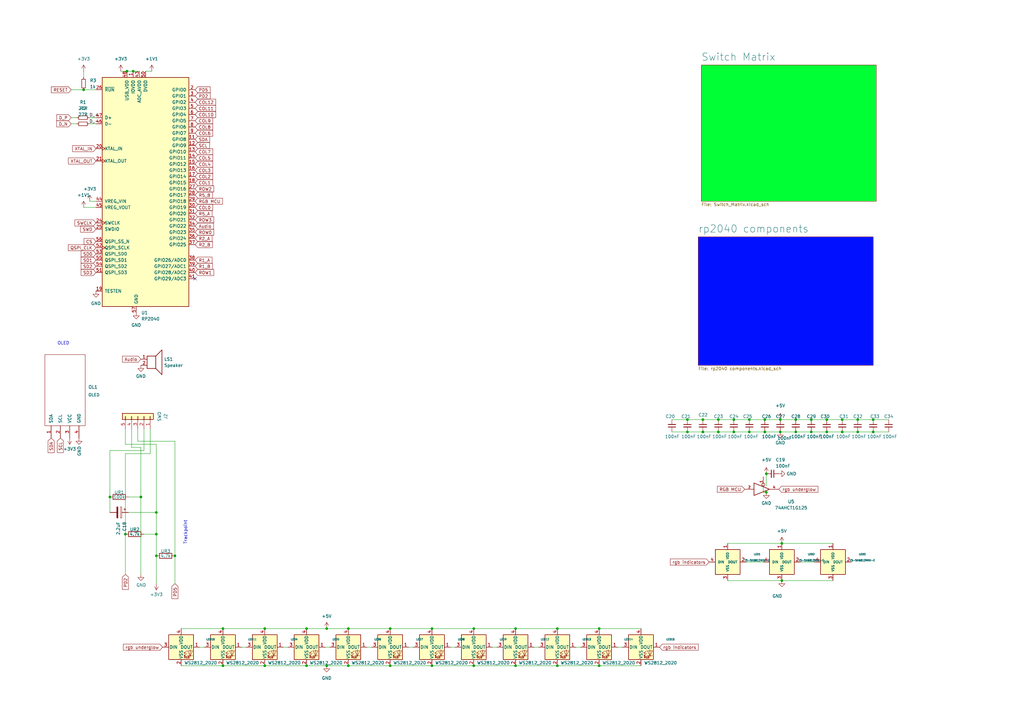
<source format=kicad_sch>
(kicad_sch (version 20230121) (generator eeschema)
  (paper "A3")
  (lib_symbols
    (symbol "+3V3_1" (power) (pin_names (offset 0))
      (property "Value" "+3V3_1" (at 0 3.556 0))
      (symbol "+3V3_1_0_1"
        (polyline (pts (xy -0.762 1.27) (xy 0 2.54)))
        (polyline (pts (xy 0 0) (xy 0 2.54)))
        (polyline (pts (xy 0 2.54) (xy 0.762 1.27)))
      )
      (symbol "+3V3_1_1_1"
        (pin power_in line (at 0 0 90) (length 0) hide (name "+3V3") (number "1"))
      )
    )
    (symbol "74AHCT1G125_1" (pin_names (offset 1.016))
      (property "Reference" "U5" (at 11.43 -5.08 0))
      (property "Value" "74AHCT1G125" (at 11.43 -7.62 0))
      (symbol "74AHCT1G125_1_0_1"
        (polyline (pts (xy -3.81 2.54) (xy -3.81 -2.54) (xy 2.54 0) (xy -3.81 2.54)) (stroke (width 0.254)))
      )
      (symbol "74AHCT1G125_1_1_1"
        (pin input inverted (at 0 5.08 270) (length 3.81) (name "~") (number "1"))
        (pin input line (at -7.62 0 0) (length 3.81) (name "~") (number "2"))
        (pin power_in line (at 1.27 -1.27 270) (length 0) hide (name "GND") (number "3"))
        (pin tri_state line (at 6.35 0 180) (length 3.81) (name "~") (number "4"))
        (pin power_in line (at 1.27 1.27 90) (length 0) hide (name "+5V") (number "5"))
      )
    )
    (symbol "Connector_Generic:Conn_01x05" (pin_names (offset 1.016) hide)
      (property "Reference" "J" (at 0 7.62 0))
      (property "Value" "Conn_01x05" (at 0 -7.62 0))
      (symbol "Conn_01x05_1_1"
        (rectangle (start -1.27 -4.953) (end 0 -5.207) (stroke (width 0.1524)))
        (rectangle (start -1.27 -2.413) (end 0 -2.667) (stroke (width 0.1524)))
        (rectangle (start -1.27 0.127) (end 0 -0.127) (stroke (width 0.1524)))
        (rectangle (start -1.27 2.667) (end 0 2.413) (stroke (width 0.1524)))
        (rectangle (start -1.27 5.207) (end 0 4.953) (stroke (width 0.1524)))
        (rectangle (start -1.27 6.35) (end 1.27 -6.35) (stroke (width 0.254)) (fill (type background)))
        (pin passive line (at -5.08 5.08 0) (length 3.81) (name "Pin_1") (number "1"))
        (pin passive line (at -5.08 2.54 0) (length 3.81) (name "Pin_2") (number "2"))
        (pin passive line (at -5.08 0 0) (length 3.81) (name "Pin_3") (number "3"))
        (pin passive line (at -5.08 -2.54 0) (length 3.81) (name "Pin_4") (number "4"))
        (pin passive line (at -5.08 -5.08 0) (length 3.81) (name "Pin_5") (number "5"))
      )
    )
    (symbol "Device:C_Polarized" (pin_numbers hide) (pin_names (offset 0.254))
      (property "Reference" "C" (at 0.635 2.54 0))
      (property "Value" "C_Polarized" (at 0.635 -2.54 0))
      (symbol "C_Polarized_0_1"
        (rectangle (start -2.286 0.508) (end 2.286 1.016))
        (polyline (pts (xy -1.778 2.286) (xy -0.762 2.286)))
        (polyline (pts (xy -1.27 2.794) (xy -1.27 1.778)))
        (rectangle (start 2.286 -0.508) (end -2.286 -1.016) (fill (type outline)))
      )
      (symbol "C_Polarized_1_1"
        (pin passive line (at 0 3.81 270) (length 2.794) (name "~") (number "1"))
        (pin passive line (at 0 -3.81 90) (length 2.794) (name "~") (number "2"))
      )
    )
    (symbol "Device:C_Small" (pin_numbers hide) (pin_names (offset 0.254) hide)
      (property "Reference" "C" (at 0.254 1.778 0))
      (property "Value" "C_Small" (at 0.254 -2.032 0))
      (symbol "C_Small_0_1"
        (polyline (pts (xy -1.524 -0.508) (xy 1.524 -0.508)) (stroke (width 0.3302)))
        (polyline (pts (xy -1.524 0.508) (xy 1.524 0.508)) (stroke (width 0.3048)))
      )
      (symbol "C_Small_1_1"
        (pin passive line (at 0 2.54 270) (length 2.032) (name "~") (number "1"))
        (pin passive line (at 0 -2.54 90) (length 2.032) (name "~") (number "2"))
      )
    )
    (symbol "Device:R_Small" (pin_numbers hide) (pin_names (offset 0.254) hide)
      (property "Reference" "R" (at 0.762 0.508 0))
      (property "Value" "R_Small" (at 0.762 -1.016 0))
      (symbol "R_Small_0_1"
        (rectangle (start -0.762 1.778) (end 0.762 -1.778) (stroke (width 0.2032)))
      )
      (symbol "R_Small_1_1"
        (pin passive line (at 0 2.54 270) (length 0.762) (name "~") (number "1"))
        (pin passive line (at 0 -2.54 90) (length 0.762) (name "~") (number "2"))
      )
    )
    (symbol "Device:Speaker" (pin_names (offset 0) hide)
      (property "Reference" "LS" (at 1.27 5.715 0))
      (property "Value" "Speaker" (at 1.27 3.81 0))
      (symbol "Speaker_0_0"
        (rectangle (start -2.54 1.27) (end 1.016 -3.81) (stroke (width 0.254)))
        (polyline (pts (xy 1.016 1.27) (xy 3.556 3.81) (xy 3.556 -6.35) (xy 1.016 -3.81)) (stroke (width 0.254)))
      )
      (symbol "Speaker_1_1"
        (pin input line (at -5.08 0 0) (length 2.54) (name "1") (number "1"))
        (pin input line (at -5.08 -2.54 0) (length 2.54) (name "2") (number "2"))
      )
    )
    (symbol "GND_1" (power) (pin_names (offset 0))
      (property "Value" "GND_1" (at 0 -3.81 0))
      (symbol "GND_1_0_1"
        (polyline (pts (xy 0 0) (xy 0 -1.27) (xy 1.27 -1.27) (xy 0 -2.54) (xy -1.27 -1.27) (xy 0 -1.27)))
      )
      (symbol "GND_1_1_1"
        (pin power_in line (at 0 0 270) (length 0) hide (name "GND") (number "1"))
      )
    )
    (symbol "GND_2" (power) (pin_names (offset 0))
      (property "Value" "GND_2" (at 0 -3.81 0))
      (symbol "GND_2_0_1"
        (polyline (pts (xy 0 0) (xy 0 -1.27) (xy 1.27 -1.27) (xy 0 -2.54) (xy -1.27 -1.27) (xy 0 -1.27)))
      )
      (symbol "GND_2_1_1"
        (pin power_in line (at 0 0 270) (length 0) hide (name "GND") (number "1"))
      )
    )
    (symbol "PCM_marbastlib-various:WS2812_2020" (pin_names (offset 0.254))
      (property "Reference" "LED" (at 5.08 5.715 0))
      (property "Value" "WS2812_2020" (at 1.27 -5.715 0))
      (symbol "WS2812_2020_0_0"
        (text "RGB" (at 2.286 -4.191 0) (effects (font (size 0.762 0.762))))
      )
      (symbol "WS2812_2020_0_1"
        (polyline (pts (xy 1.27 -3.556) (xy 1.778 -3.556)))
        (polyline (pts (xy 1.27 -2.54) (xy 1.778 -2.54)))
        (polyline (pts (xy 4.699 -3.556) (xy 2.667 -3.556)))
        (polyline (pts (xy 2.286 -2.54) (xy 1.27 -3.556) (xy 1.27 -3.048)))
        (polyline (pts (xy 2.286 -1.524) (xy 1.27 -2.54) (xy 1.27 -2.032)))
        (polyline (pts (xy 3.683 -1.016) (xy 3.683 -3.556) (xy 3.683 -4.064)))
        (polyline (pts (xy 4.699 -1.524) (xy 2.667 -1.524) (xy 3.683 -3.556) (xy 4.699 -1.524)))
        (rectangle (start 5.08 5.08) (end -5.08 -5.08) (stroke (width 0.254)) (fill (type background)))
      )
      (symbol "WS2812_2020_1_1"
        (pin output line (at 7.62 0 180) (length 2.54) (name "DOUT") (number "1"))
        (pin power_in line (at 0 -7.62 90) (length 2.54) (name "VSS") (number "2"))
        (pin input line (at -7.62 0 0) (length 2.54) (name "DIN") (number "3"))
        (pin power_in line (at 0 7.62 270) (length 2.54) (name "VDD") (number "4"))
      )
    )
    (symbol "Sleep-lib:RP2040" (pin_names (offset 1.016))
      (property "Reference" "U" (at 8.89 51.435 0))
      (property "Value" "RP2040" (at 8.89 48.895 0))
      (symbol "RP2040_0_0"
        (rectangle (start -17.78 -45.72) (end 17.78 48.26) (stroke (width 0.254)) (fill (type background)))
      )
      (symbol "RP2040_1_1"
        (pin power_in line (at -5.08 50.8 270) (length 2.54) (name "IOVDD") (number "1"))
        (pin power_in line (at -5.08 50.8 270) (length 2.54) hide (name "IOVDD") (number "10"))
        (pin input line (at 20.32 22.86 180) (length 2.54) (name "GPIO8") (number "11"))
        (pin input line (at 20.32 20.32 180) (length 2.54) (name "GPIO9") (number "12"))
        (pin input line (at 20.32 17.78 180) (length 2.54) (name "GPIO10") (number "13"))
        (pin input line (at 20.32 15.24 180) (length 2.54) (name "GPIO11") (number "14"))
        (pin input line (at 20.32 12.7 180) (length 2.54) (name "GPIO12") (number "15"))
        (pin input line (at 20.32 10.16 180) (length 2.54) (name "GPIO13") (number "16"))
        (pin input line (at 20.32 7.62 180) (length 2.54) (name "GPIO14") (number "17"))
        (pin input line (at 20.32 5.08 180) (length 2.54) (name "GPIO15") (number "18"))
        (pin input line (at -20.32 -39.37 0) (length 2.54) (name "TESTEN") (number "19"))
        (pin input line (at 20.32 43.18 180) (length 2.54) (name "GPIO0") (number "2"))
        (pin input clock (at -20.32 19.05 0) (length 2.54) (name "XTAL_IN") (number "20"))
        (pin input clock (at -20.32 13.97 0) (length 2.54) (name "XTAL_OUT") (number "21"))
        (pin power_in line (at -5.08 50.8 270) (length 2.54) hide (name "IOVDD") (number "22"))
        (pin power_in line (at 0 50.8 270) (length 2.54) hide (name "DVDD") (number "23"))
        (pin input clock (at -20.32 -11.43 0) (length 2.54) (name "SWCLK") (number "24"))
        (pin bidirectional line (at -20.32 -13.97 0) (length 2.54) (name "SWDIO") (number "25"))
        (pin input line (at -20.32 43.18 0) (length 2.54) (name "~{RUN}") (number "26"))
        (pin input line (at 20.32 2.54 180) (length 2.54) (name "GPIO16") (number "27"))
        (pin input line (at 20.32 0 180) (length 2.54) (name "GPIO17") (number "28"))
        (pin input line (at 20.32 -2.54 180) (length 2.54) (name "GPIO18") (number "29"))
        (pin input line (at 20.32 40.64 180) (length 2.54) (name "GPIO1") (number "3"))
        (pin input line (at 20.32 -5.08 180) (length 2.54) (name "GPIO19") (number "30"))
        (pin input line (at 20.32 -7.62 180) (length 2.54) (name "GPIO20") (number "31"))
        (pin input line (at 20.32 -10.16 180) (length 2.54) (name "GPIO21") (number "32"))
        (pin power_in line (at -5.08 50.8 270) (length 2.54) hide (name "IOVDD") (number "33"))
        (pin input line (at 20.32 -12.7 180) (length 2.54) (name "GPIO22") (number "34"))
        (pin input line (at 20.32 -15.24 180) (length 2.54) (name "GPIO23") (number "35"))
        (pin input line (at 20.32 -17.78 180) (length 2.54) (name "GPIO24") (number "36"))
        (pin input line (at 20.32 -20.32 180) (length 2.54) (name "GPIO25") (number "37"))
        (pin input line (at 20.32 -26.67 180) (length 2.54) (name "GPIO26/ADC0") (number "38"))
        (pin input line (at 20.32 -29.21 180) (length 2.54) (name "GPIO27/ADC1") (number "39"))
        (pin input line (at 20.32 38.1 180) (length 2.54) (name "GPIO2") (number "4"))
        (pin input line (at 20.32 -31.75 180) (length 2.54) (name "GPIO28/ADC2") (number "40"))
        (pin input line (at 20.32 -34.29 180) (length 2.54) (name "GPIO29/ADC3") (number "41"))
        (pin power_in line (at -5.08 50.8 270) (length 2.54) hide (name "IOVDD") (number "42"))
        (pin power_in line (at -2.54 50.8 270) (length 2.54) (name "ADC_AVDD") (number "43"))
        (pin power_in line (at -20.32 -2.54 0) (length 2.54) (name "VREG_VIN") (number "44"))
        (pin power_out line (at -20.32 -5.08 0) (length 2.54) (name "VREG_VOUT") (number "45"))
        (pin bidirectional line (at -20.32 29.21 0) (length 2.54) (name "D-") (number "46"))
        (pin bidirectional line (at -20.32 31.75 0) (length 2.54) (name "D+") (number "47"))
        (pin power_in line (at -7.62 50.8 270) (length 2.54) (name "USB_VDD") (number "48"))
        (pin power_in line (at -5.08 50.8 270) (length 2.54) hide (name "IOVDD") (number "49"))
        (pin input line (at 20.32 35.56 180) (length 2.54) (name "GPIO3") (number "5"))
        (pin power_in line (at 0 50.8 270) (length 2.54) (name "DVDD") (number "50"))
        (pin bidirectional line (at -20.32 -31.75 0) (length 2.54) (name "QSPI_SD3") (number "51"))
        (pin input clock (at -20.32 -21.59 0) (length 2.54) (name "QSPI_SCLK") (number "52"))
        (pin bidirectional line (at -20.32 -24.13 0) (length 2.54) (name "QSPI_SD0") (number "53"))
        (pin bidirectional line (at -20.32 -29.21 0) (length 2.54) (name "QSPI_SD2") (number "54"))
        (pin bidirectional line (at -20.32 -26.67 0) (length 2.54) (name "QSPI_SD1") (number "55"))
        (pin bidirectional line (at -20.32 -19.05 0) (length 2.54) (name "QSPI_SS_N") (number "56"))
        (pin power_in line (at -3.81 -48.26 90) (length 2.54) (name "GND") (number "57"))
        (pin input line (at 20.32 33.02 180) (length 2.54) (name "GPIO4") (number "6"))
        (pin input line (at 20.32 30.48 180) (length 2.54) (name "GPIO5") (number "7"))
        (pin input line (at 20.32 27.94 180) (length 2.54) (name "GPIO6") (number "8"))
        (pin input line (at 20.32 25.4 180) (length 2.54) (name "GPIO7") (number "9"))
      )
    )
    (symbol "device:R" (pin_numbers hide) (pin_names (offset 0))
      (property "Reference" "R" (at 2.032 0 90))
      (property "Value" "device_R" (at 0 0 90))
      (symbol "R_0_1"
        (rectangle (start -1.016 -2.54) (end 1.016 2.54) (stroke (width 0.254)))
      )
      (symbol "R_1_1"
        (pin passive line (at 0 3.81 270) (length 1.27) (name "~") (number "1"))
        (pin passive line (at 0 -3.81 90) (length 1.27) (name "~") (number "2"))
      )
    )
    (symbol "kbd:OLED" (pin_names (offset 1.016))
      (property "Reference" "OL" (at 0 2.54 0))
      (property "Value" "OLED" (at 0 -1.27 0))
      (symbol "OLED_0_1"
        (rectangle (start -13.97 8.89) (end 15.24 -7.62))
      )
      (symbol "OLED_1_1"
        (pin bidirectional line (at -19.05 6.35 0) (length 5.08) (name "SDA") (number "1"))
        (pin bidirectional line (at -19.05 2.54 0) (length 5.08) (name "SCL") (number "2"))
        (pin power_in line (at -19.05 -1.27 0) (length 5.08) (name "VCC") (number "3"))
        (pin power_in line (at -19.05 -5.08 0) (length 5.08) (name "GND") (number "4"))
      )
    )
    (symbol "kbd:YS-SK6812MINI-E" (pin_names (offset 1.016))
      (property "Reference" "LED" (at 2.54 -7.62 0))
      (property "Value" "YS-SK6812MINI-E" (at 6.35 -6.35 0))
      (symbol "YS-SK6812MINI-E_0_1"
        (rectangle (start -5.08 5.08) (end 5.08 -5.08) (stroke (width 0.254)) (fill (type background)))
      )
      (symbol "YS-SK6812MINI-E_1_1"
        (pin power_in line (at 0 7.62 270) (length 2.54) (name "VDD") (number "1"))
        (pin output line (at 7.62 0 180) (length 2.54) (name "DOUT") (number "2"))
        (pin power_in line (at 0 -7.62 90) (length 2.54) (name "VSS") (number "3"))
        (pin input line (at -7.62 0 0) (length 2.54) (name "DIN") (number "4"))
      )
    )
    (symbol "power:+1V1" (power) (pin_names (offset 0))
      (property "Value" "+1V1" (at 0 3.556 0))
      (symbol "+1V1_0_1"
        (polyline (pts (xy -0.762 1.27) (xy 0 2.54)))
        (polyline (pts (xy 0 0) (xy 0 2.54)))
        (polyline (pts (xy 0 2.54) (xy 0.762 1.27)))
      )
      (symbol "+1V1_1_1"
        (pin power_in line (at 0 0 90) (length 0) hide (name "+1V1") (number "1"))
      )
    )
    (symbol "power:+3V3" (power) (pin_names (offset 0))
      (property "Value" "+3V3" (at 0 3.556 0))
      (symbol "+3V3_0_1"
        (polyline (pts (xy -0.762 1.27) (xy 0 2.54)))
        (polyline (pts (xy 0 0) (xy 0 2.54)))
        (polyline (pts (xy 0 2.54) (xy 0.762 1.27)))
      )
      (symbol "+3V3_1_1"
        (pin power_in line (at 0 0 90) (length 0) hide (name "+3V3") (number "1"))
      )
    )
    (symbol "power:+5V" (power) (pin_names (offset 0))
      (property "Value" "+5V" (at 0 3.556 0))
      (symbol "+5V_0_1"
        (polyline (pts (xy -0.762 1.27) (xy 0 2.54)))
        (polyline (pts (xy 0 0) (xy 0 2.54)))
        (polyline (pts (xy 0 2.54) (xy 0.762 1.27)))
      )
      (symbol "+5V_1_1"
        (pin power_in line (at 0 0 90) (length 0) hide (name "+5V") (number "1"))
      )
    )
    (symbol "power:GND" (power) (pin_names (offset 0))
      (property "Value" "power_GND" (at 0 -3.81 0))
      (symbol "GND_0_1"
        (polyline (pts (xy 0 0) (xy 0 -1.27) (xy 1.27 -1.27) (xy 0 -2.54) (xy -1.27 -1.27) (xy 0 -1.27)))
      )
      (symbol "GND_1_1"
        (pin power_in line (at 0 0 270) (length 0) hide (name "GND") (number "1"))
      )
    )
  )
  (junction (at 91.44 257.81))
  (junction (at 211.455 257.81))
  (junction (at 294.64 177.165))
  (junction (at 281.94 177.165))
  (junction (at 358.14 177.165))
  (junction (at 339.09 177.165))
  (junction (at 245.745 257.81))
  (junction (at 45.085 203.835))
  (junction (at 228.6 257.81))
  (junction (at 177.165 273.05))
  (junction (at 300.99 177.165))
  (junction (at 320.675 222.885))
  (junction (at 307.34 172.085))
  (junction (at 57.785 203.835))
  (junction (at 326.39 172.085))
  (junction (at 34.29 36.83))
  (junction (at 245.745 273.05))
  (junction (at 108.585 257.81))
  (junction (at 51.435 219.075))
  (junction (at 64.135 227.965))
  (junction (at 351.79 177.165))
  (junction (at 52.07 29.21))
  (junction (at 358.14 172.085))
  (junction (at 294.64 172.085))
  (junction (at 326.39 177.165))
  (junction (at 320.675 238.125))
  (junction (at 332.74 172.085))
  (junction (at 160.02 273.05))
  (junction (at 320.04 172.085))
  (junction (at 71.755 227.965))
  (junction (at 211.455 273.05))
  (junction (at 313.69 172.085))
  (junction (at 314.325 201.93))
  (junction (at 288.29 177.165))
  (junction (at 177.165 257.81))
  (junction (at 133.985 273.05))
  (junction (at 54.61 29.21))
  (junction (at 125.73 273.05))
  (junction (at 125.73 257.81))
  (junction (at 133.985 257.81))
  (junction (at 228.6 273.05))
  (junction (at 288.29 172.085))
  (junction (at 91.44 273.05))
  (junction (at 142.875 273.05))
  (junction (at 307.34 177.165))
  (junction (at 351.79 172.085))
  (junction (at 300.99 172.085))
  (junction (at 281.94 172.085))
  (junction (at 332.74 177.165))
  (junction (at 345.44 172.085))
  (junction (at 142.875 257.81))
  (junction (at 64.135 219.075))
  (junction (at 108.585 273.05))
  (junction (at 194.31 257.81))
  (junction (at 160.02 257.81))
  (junction (at 194.31 273.05))
  (junction (at 313.69 177.165))
  (junction (at 320.04 177.165))
  (junction (at 64.135 210.185))
  (junction (at 339.09 172.085))
  (junction (at 314.325 194.31))
  (junction (at 345.44 177.165))
  (no_connect (at 80.01 114.3))
  (wire (pts (xy 160.02 273.05) (xy 177.165 273.05)))
  (wire (pts (xy 300.99 177.165) (xy 307.34 177.165)))
  (wire (pts (xy 288.29 177.165) (xy 294.64 177.165)))
  (wire (pts (xy 34.29 85.09) (xy 39.37 85.09)))
  (wire (pts (xy 160.02 257.81) (xy 177.165 257.81)))
  (wire (pts (xy 29.21 50.8) (xy 31.496 50.8)))
  (wire (pts (xy 74.295 273.05) (xy 91.44 273.05)))
  (wire (pts (xy 133.35 265.43) (xy 135.255 265.43)))
  (wire (pts (xy 51.435 219.075) (xy 51.435 235.585)))
  (wire (pts (xy 245.745 273.05) (xy 262.89 273.05)))
  (wire (pts (xy 314.325 201.93) (xy 313.055 201.93)))
  (wire (pts (xy 116.205 265.43) (xy 118.11 265.43)))
  (wire (pts (xy 108.585 257.81) (xy 125.73 257.81)))
  (wire (pts (xy 177.165 273.05) (xy 194.31 273.05)))
  (wire (pts (xy 64.135 210.185) (xy 64.135 219.075)))
  (wire (pts (xy 345.44 177.165) (xy 351.79 177.165)))
  (wire (pts (xy 57.785 183.515) (xy 57.785 203.835)))
  (wire (pts (xy 71.755 180.975) (xy 71.755 227.965)))
  (wire (pts (xy 281.94 172.085) (xy 288.29 172.085)))
  (wire (pts (xy 313.055 201.93) (xy 313.055 195.58)))
  (wire (pts (xy 64.135 227.965) (xy 64.135 239.395)))
  (wire (pts (xy 64.135 182.245) (xy 51.435 182.245)))
  (wire (pts (xy 64.135 210.185) (xy 52.705 210.185)))
  (wire (pts (xy 133.985 257.81) (xy 142.875 257.81)))
  (wire (pts (xy 51.435 182.245) (xy 51.435 175.895)))
  (wire (pts (xy 45.085 184.785) (xy 59.055 184.785)))
  (wire (pts (xy 345.44 172.085) (xy 351.79 172.085)))
  (wire (pts (xy 320.04 172.085) (xy 326.39 172.085)))
  (wire (pts (xy 177.165 257.81) (xy 194.31 257.81)))
  (wire (pts (xy 51.435 186.055) (xy 51.435 219.075)))
  (wire (pts (xy 358.14 172.085) (xy 364.49 172.085)))
  (wire (pts (xy 339.09 172.085) (xy 345.44 172.085)))
  (wire (pts (xy 211.455 273.05) (xy 228.6 273.05)))
  (wire (pts (xy 81.915 265.43) (xy 83.82 265.43)))
  (wire (pts (xy 71.755 227.965) (xy 71.755 239.395)))
  (wire (pts (xy 228.6 257.81) (xy 245.745 257.81)))
  (wire (pts (xy 52.07 29.21) (xy 49.53 29.21)))
  (wire (pts (xy 332.74 172.085) (xy 339.09 172.085)))
  (wire (pts (xy 53.975 183.515) (xy 53.975 175.895)))
  (wire (pts (xy 201.93 265.43) (xy 203.835 265.43)))
  (wire (pts (xy 45.085 203.835) (xy 45.085 210.185)))
  (wire (pts (xy 91.44 273.05) (xy 108.585 273.05)))
  (wire (pts (xy 51.435 186.055) (xy 61.595 186.055)))
  (wire (pts (xy 351.79 177.165) (xy 358.14 177.165)))
  (wire (pts (xy 326.39 172.085) (xy 332.74 172.085)))
  (wire (pts (xy 253.365 265.43) (xy 255.27 265.43)))
  (wire (pts (xy 36.576 50.8) (xy 39.37 50.8)))
  (wire (pts (xy 59.69 29.21) (xy 62.23 29.21)))
  (wire (pts (xy 332.74 177.165) (xy 339.09 177.165)))
  (wire (pts (xy 57.785 203.835) (xy 57.785 235.585)))
  (wire (pts (xy 64.135 219.075) (xy 59.055 219.075)))
  (wire (pts (xy 54.61 29.21) (xy 52.07 29.21)))
  (wire (pts (xy 64.135 182.245) (xy 64.135 210.185)))
  (wire (pts (xy 125.73 257.81) (xy 133.985 257.81)))
  (wire (pts (xy 45.085 184.785) (xy 45.085 203.835)))
  (wire (pts (xy 57.785 183.515) (xy 53.975 183.515)))
  (wire (pts (xy 142.875 257.81) (xy 160.02 257.81)))
  (wire (pts (xy 306.07 230.505) (xy 313.055 230.505)))
  (wire (pts (xy 64.135 219.075) (xy 64.135 227.965)))
  (wire (pts (xy 133.985 273.05) (xy 142.875 273.05)))
  (wire (pts (xy 351.79 172.085) (xy 358.14 172.085)))
  (wire (pts (xy 339.09 177.165) (xy 345.44 177.165)))
  (wire (pts (xy 236.22 265.43) (xy 238.125 265.43)))
  (wire (pts (xy 99.06 265.43) (xy 100.965 265.43)))
  (wire (pts (xy 74.295 257.81) (xy 91.44 257.81)))
  (wire (pts (xy 219.075 265.43) (xy 220.98 265.43)))
  (wire (pts (xy 314.325 194.31) (xy 314.325 199.39)))
  (wire (pts (xy 108.585 273.05) (xy 125.73 273.05)))
  (wire (pts (xy 61.595 186.055) (xy 61.595 175.895)))
  (wire (pts (xy 294.64 172.085) (xy 300.99 172.085)))
  (wire (pts (xy 57.15 29.21) (xy 54.61 29.21)))
  (wire (pts (xy 36.576 48.26) (xy 39.37 48.26)))
  (wire (pts (xy 326.39 177.165) (xy 332.74 177.165)))
  (wire (pts (xy 300.99 172.085) (xy 307.34 172.085)))
  (wire (pts (xy 320.675 238.125) (xy 341.63 238.125)))
  (wire (pts (xy 275.59 172.085) (xy 281.94 172.085)))
  (wire (pts (xy 194.31 257.81) (xy 211.455 257.81)))
  (wire (pts (xy 358.14 177.165) (xy 364.49 177.165)))
  (wire (pts (xy 281.94 177.165) (xy 288.29 177.165)))
  (wire (pts (xy 307.34 177.165) (xy 313.69 177.165)))
  (wire (pts (xy 320.675 222.885) (xy 341.63 222.885)))
  (wire (pts (xy 56.515 180.975) (xy 56.515 175.895)))
  (wire (pts (xy 245.745 257.81) (xy 262.89 257.81)))
  (wire (pts (xy 34.29 36.83) (xy 39.37 36.83)))
  (wire (pts (xy 29.21 36.83) (xy 34.29 36.83)))
  (wire (pts (xy 288.29 172.085) (xy 294.64 172.085)))
  (wire (pts (xy 228.6 273.05) (xy 245.745 273.05)))
  (wire (pts (xy 194.31 273.05) (xy 211.455 273.05)))
  (wire (pts (xy 34.29 29.21) (xy 34.29 31.75)))
  (wire (pts (xy 294.64 177.165) (xy 300.99 177.165)))
  (wire (pts (xy 298.45 238.125) (xy 320.675 238.125)))
  (wire (pts (xy 29.21 48.26) (xy 31.496 48.26)))
  (wire (pts (xy 142.875 273.05) (xy 160.02 273.05)))
  (wire (pts (xy 59.055 184.785) (xy 59.055 175.895)))
  (wire (pts (xy 298.45 222.885) (xy 320.675 222.885)))
  (wire (pts (xy 320.04 177.165) (xy 326.39 177.165)))
  (wire (pts (xy 71.755 180.975) (xy 56.515 180.975)))
  (wire (pts (xy 91.44 257.81) (xy 108.585 257.81)))
  (wire (pts (xy 275.59 177.165) (xy 281.94 177.165)))
  (wire (pts (xy 184.785 265.43) (xy 186.69 265.43)))
  (wire (pts (xy 313.69 177.165) (xy 320.04 177.165)))
  (wire (pts (xy 125.73 273.05) (xy 133.985 273.05)))
  (wire (pts (xy 313.69 172.085) (xy 320.04 172.085)))
  (wire (pts (xy 167.64 265.43) (xy 169.545 265.43)))
  (wire (pts (xy 57.785 203.835) (xy 52.705 203.835)))
  (wire (pts (xy 36.83 82.55) (xy 39.37 82.55)))
  (wire (pts (xy 150.495 265.43) (xy 152.4 265.43)))
  (wire (pts (xy 328.295 230.505) (xy 334.01 230.505)))
  (wire (pts (xy 211.455 257.81) (xy 228.6 257.81)))
  (wire (pts (xy 307.34 172.085) (xy 313.69 172.085)))
  (text "Trackpoint" (at 76.835 213.36 90) (effects (font (size 1.27 1.27)) (justify right bottom)))
  (text "OLED" (at 23.495 141.605 0) (effects (font (size 1.27 1.27)) (justify left bottom)))
  (label "D_-" (at 36.576 50.8 0))
  (label "D_+" (at 36.576 48.26 0))
  (global_label "SCL" (shape input) (at 80.01 59.69 0) (property "Intersheetrefs" "${INTERSHEET_REFS}" (effects hide)))
  (global_label "COL11" (shape input) (at 80.01 44.45 0) (property "Intersheetrefs" "${INTERSHEET_REFS}" (effects hide)))
  (global_label "SDA" (shape input) (at 20.955 179.705 270) (property "Intersheetrefs" "${INTERSHEET_REFS}" (effects hide)))
  (global_label "R2_B" (shape input) (at 80.01 100.33 0) (property "Intersheetrefs" "${INTERSHEET_REFS}" (effects hide)))
  (global_label "rgb indicators" (shape input) (at 290.83 230.505 180) (property "Intersheetrefs" "${INTERSHEET_REFS}" (effects hide)))
  (global_label "ROW1" (shape input) (at 80.01 111.76 0) (property "Intersheetrefs" "${INTERSHEET_REFS}" (effects hide)))
  (global_label "ROW2" (shape input) (at 80.01 77.47 0) (property "Intersheetrefs" "${INTERSHEET_REFS}" (effects hide)))
  (global_label "COL1" (shape input) (at 80.01 74.93 0) (property "Intersheetrefs" "${INTERSHEET_REFS}" (effects hide)))
  (global_label "SD2" (shape input) (at 39.37 109.22 180) (property "Intersheetrefs" "${INTERSHEET_REFS}" (effects hide)))
  (global_label "COL10" (shape input) (at 80.01 46.99 0) (property "Intersheetrefs" "${INTERSHEET_REFS}" (effects hide)))
  (global_label "SCL" (shape input) (at 24.765 179.705 270) (property "Intersheetrefs" "${INTERSHEET_REFS}" (effects hide)))
  (global_label "SWCLK" (shape input) (at 39.37 91.44 180) (property "Intersheetrefs" "${INTERSHEET_REFS}" (effects hide)))
  (global_label "COL5" (shape input) (at 80.01 64.77 0) (property "Intersheetrefs" "${INTERSHEET_REFS}" (effects hide)))
  (global_label "SD1" (shape input) (at 39.37 106.68 180) (property "Intersheetrefs" "${INTERSHEET_REFS}" (effects hide)))
  (global_label "XTAL_IN" (shape input) (at 39.37 60.96 180) (property "Intersheetrefs" "${INTERSHEET_REFS}" (effects hide)))
  (global_label "SWD" (shape input) (at 39.37 93.98 180) (property "Intersheetrefs" "${INTERSHEET_REFS}" (effects hide)))
  (global_label "rgb underglow" (shape input) (at 66.675 265.43 180) (property "Intersheetrefs" "${INTERSHEET_REFS}" (effects hide)))
  (global_label "R2_A" (shape input) (at 80.01 97.79 0) (property "Intersheetrefs" "${INTERSHEET_REFS}" (effects hide)))
  (global_label "COL8" (shape input) (at 80.01 52.07 0) (property "Intersheetrefs" "${INTERSHEET_REFS}" (effects hide)))
  (global_label "QSPI_CLK" (shape input) (at 39.37 101.6 180) (property "Intersheetrefs" "${INTERSHEET_REFS}" (effects hide)))
  (global_label "COL0" (shape input) (at 80.01 85.09 0) (property "Intersheetrefs" "${INTERSHEET_REFS}" (effects hide)))
  (global_label "RESET" (shape input) (at 29.21 36.83 180) (property "Intersheetrefs" "${INTERSHEET_REFS}" (effects hide)))
  (global_label "R5_A" (shape input) (at 80.01 87.63 0) (property "Intersheetrefs" "${INTERSHEET_REFS}" (effects hide)))
  (global_label "SD3" (shape input) (at 39.37 111.76 180) (property "Intersheetrefs" "${INTERSHEET_REFS}" (effects hide)))
  (global_label "COL7" (shape input) (at 80.01 62.23 0) (property "Intersheetrefs" "${INTERSHEET_REFS}" (effects hide)))
  (global_label "ROW0" (shape input) (at 80.01 95.25 0) (property "Intersheetrefs" "${INTERSHEET_REFS}" (effects hide)))
  (global_label "D_P" (shape input) (at 29.21 48.26 180) (property "Intersheetrefs" "${INTERSHEET_REFS}" (effects hide)))
  (global_label "rgb underglow" (shape input) (at 319.405 200.66 0) (property "Intersheetrefs" "${INTERSHEET_REFS}" (effects hide)))
  (global_label "CS" (shape input) (at 39.37 99.06 180) (property "Intersheetrefs" "${INTERSHEET_REFS}" (effects hide)))
  (global_label "Audio" (shape input) (at 57.785 147.32 180) (property "Intersheetrefs" "${INTERSHEET_REFS}" (effects hide)))
  (global_label "Audio" (shape input) (at 80.01 92.71 0) (property "Intersheetrefs" "${INTERSHEET_REFS}" (effects hide)))
  (global_label "SDA" (shape input) (at 80.01 57.15 0) (property "Intersheetrefs" "${INTERSHEET_REFS}" (effects hide)))
  (global_label "PD2" (shape input) (at 80.01 39.37 0) (property "Intersheetrefs" "${INTERSHEET_REFS}" (effects hide)))
  (global_label "RGB MCU" (shape input) (at 305.435 200.66 180) (property "Intersheetrefs" "${INTERSHEET_REFS}" (effects hide)))
  (global_label "PD2" (shape input) (at 51.435 235.585 270) (property "Intersheetrefs" "${INTERSHEET_REFS}" (effects hide)))
  (global_label "rgb indicators" (shape input) (at 270.51 265.43 0) (property "Intersheetrefs" "${INTERSHEET_REFS}" (effects hide)))
  (global_label "ROW3" (shape input) (at 80.01 90.17 0) (property "Intersheetrefs" "${INTERSHEET_REFS}" (effects hide)))
  (global_label "RGB MCU" (shape input) (at 80.01 82.55 0) (property "Intersheetrefs" "${INTERSHEET_REFS}" (effects hide)))
  (global_label "XTAL_OUT" (shape input) (at 39.37 66.04 180) (property "Intersheetrefs" "${INTERSHEET_REFS}" (effects hide)))
  (global_label "COL2" (shape input) (at 80.01 72.39 0) (property "Intersheetrefs" "${INTERSHEET_REFS}" (effects hide)))
  (global_label "R5_B" (shape input) (at 80.01 80.01 0) (property "Intersheetrefs" "${INTERSHEET_REFS}" (effects hide)))
  (global_label "PD5" (shape input) (at 80.01 36.83 0) (property "Intersheetrefs" "${INTERSHEET_REFS}" (effects hide)))
  (global_label "R1_A" (shape input) (at 80.01 106.68 0) (property "Intersheetrefs" "${INTERSHEET_REFS}" (effects hide)))
  (global_label "COL4" (shape input) (at 80.01 67.31 0) (property "Intersheetrefs" "${INTERSHEET_REFS}" (effects hide)))
  (global_label "PD5" (shape input) (at 71.755 239.395 270) (property "Intersheetrefs" "${INTERSHEET_REFS}" (effects hide)))
  (global_label "COL3" (shape input) (at 80.01 69.85 0) (property "Intersheetrefs" "${INTERSHEET_REFS}" (effects hide)))
  (global_label "COL12" (shape input) (at 80.01 41.91 0) (property "Intersheetrefs" "${INTERSHEET_REFS}" (effects hide)))
  (global_label "R1_B" (shape input) (at 80.01 109.22 0) (property "Intersheetrefs" "${INTERSHEET_REFS}" (effects hide)))
  (global_label "COL6" (shape input) (at 80.01 54.61 0) (property "Intersheetrefs" "${INTERSHEET_REFS}" (effects hide)))
  (global_label "COL9" (shape input) (at 80.01 49.53 0) (property "Intersheetrefs" "${INTERSHEET_REFS}" (effects hide)))
  (global_label "D_N" (shape input) (at 29.21 50.8 180) (property "Intersheetrefs" "${INTERSHEET_REFS}" (effects hide)))
  (global_label "SD0" (shape input) (at 39.37 104.14 180) (property "Intersheetrefs" "${INTERSHEET_REFS}" (effects hide)))
  (symbol (lib_id "Device:C_Small") (at 294.64 174.625 0) (unit 1)
    (property "Reference" "C23" (at 292.735 170.815 0) (effects (justify left)))
    (property "Value" "100nF" (at 292.1 179.07 0) (effects (justify left)))
    (property "Footprint" "Capacitor_SMD:C_0402_1005Metric" (effects hide))
  )
  (symbol (lib_name "+3V3_1") (lib_id "power:+3V3") (at 64.135 239.395 180) (unit 1)
    (property "Reference" "#PWR0137" (effects hide))
    (property "Value" "+3V3" (at 64.135 243.84 0))
  )
  (symbol (lib_id "Device:C_Small") (at 364.49 174.625 0) (unit 1)
    (property "Reference" "C34" (at 362.585 170.815 0) (effects (justify left)))
    (property "Value" "100nF" (at 361.95 179.07 0) (effects (justify left)))
    (property "Footprint" "Capacitor_SMD:C_0402_1005Metric" (effects hide))
  )
  (symbol (lib_id "Device:C_Polarized") (at 48.895 210.185 270) (unit 1)
    (property "Reference" "C18" (at 51.0541 213.995 0) (effects (justify left)))
    (property "Value" "2.2uF" (at 48.5141 213.995 0) (effects (justify left)))
    (property "Footprint" "Capacitor_SMD:C_0805_2012Metric_Pad1.18x1.45mm_HandSolder" (effects hide))
  )
  (symbol (lib_id "power:GND") (at 319.405 194.31 90) (unit 1)
    (property "Reference" "#PWR0146" (effects hide))
    (property "Value" "GND" (at 322.58 194.3099 90) (effects (justify right)))
  )
  (symbol (lib_name "+3V3_1") (lib_id "power:+3V3") (at 28.575 179.705 180) (unit 1)
    (property "Reference" "#PWR0139" (effects hide))
    (property "Value" "+3V3" (at 28.575 184.15 0))
  )
  (symbol (lib_id "power:GND") (at 57.785 235.585 0) (unit 1)
    (property "Reference" "#PWR0138" (effects hide))
    (property "Value" "GND" (at 57.912 239.9792 0))
  )
  (symbol (lib_id "power:GND") (at 32.385 179.705 0) (unit 1)
    (property "Reference" "#PWR0136" (effects hide))
    (property "Value" "GND" (at 32.512 182.9562 90) (effects (justify right)))
  )
  (symbol (lib_id "kbd:YS-SK6812MINI-E") (at 298.45 230.505 0) (unit 1)
    (property "Reference" "LED1" (at 310.515 227.2906 0) (effects (font (size 0.7366 0.7366))))
    (property "Value" "YS-SK6812MINI-E" (at 310.515 229.8306 0) (effects (font (size 0.7366 0.7366))))
    (property "Footprint" "Keebio-Parts:SK6812-MINI-E" (effects hide))
  )
  (symbol (lib_id "Device:R_Small") (at 34.29 34.29 0) (unit 1)
    (property "Reference" "R3" (at 36.83 33.0199 0) (effects (justify left)))
    (property "Value" "1k" (at 36.83 35.5599 0) (effects (justify left)))
    (property "Footprint" "Resistor_SMD:R_0402_1005Metric" (effects hide))
  )
  (symbol (lib_id "power:+5V") (at 320.675 222.885 0) (unit 1)
    (property "Reference" "#PWR0142" (effects hide))
    (property "Value" "+5V" (at 320.675 217.805 0))
  )
  (symbol (lib_id "PCM_marbastlib-various:WS2812_2020") (at 228.6 265.43 0) (unit 1)
    (property "Reference" "LED13" (at 240.665 262.2156 0) (effects (font (size 0.7366 0.7366))))
    (property "Value" "WS2812_2020" (at 229.87 271.145 0) (effects (justify left top)))
    (property "Footprint" "PCM_marbastlib-various:LED_WS2812_2020" (effects hide))
    (property "Datasheet" "https://www.world-semi.com/DownLoadFile/139" (effects hide))
  )
  (symbol (lib_id "power:GND") (at 55.88 128.27 0) (unit 1)
    (property "Reference" "#PWR0107" (effects hide))
    (property "Value" "GND" (at 55.88 133.35 0))
  )
  (symbol (lib_name "GND_1") (lib_id "power:GND") (at 133.985 273.05 0) (unit 1)
    (property "Reference" "#PWR0140" (effects hide))
    (property "Value" "GND" (at 133.985 278.13 0))
  )
  (symbol (lib_id "kbd:YS-SK6812MINI-E") (at 320.675 230.505 0) (unit 1)
    (property "Reference" "LED2" (at 332.74 227.2906 0) (effects (font (size 0.7366 0.7366))))
    (property "Value" "YS-SK6812MINI-E" (at 332.74 229.8306 0) (effects (font (size 0.7366 0.7366))))
    (property "Footprint" "Keebio-Parts:SK6812-MINI-E" (effects hide))
  )
  (symbol (lib_id "power:GND") (at 320.04 177.165 0) (unit 1)
    (property "Reference" "#PWR0150" (effects hide))
    (property "Value" "GND" (at 320.04 181.61 0))
  )
  (symbol (lib_name "74AHCT1G125_1") (lib_id "74xGxx:74AHCT1G125") (at 313.055 200.66 0) (unit 1)
    (property "Reference" "U5" (at 324.485 205.74 0))
    (property "Value" "74AHCT1G125" (at 324.485 208.28 0))
    (property "Footprint" "Package_TO_SOT_SMD:TSOT-23-5" (effects hide))
    (property "Datasheet" "http://www.ti.com/lit/sg/scyt129e/scyt129e.pdf" (effects hide))
  )
  (symbol (lib_id "Device:C_Small") (at 300.99 174.625 0) (unit 1)
    (property "Reference" "C24" (at 299.085 170.815 0) (effects (justify left)))
    (property "Value" "100nF" (at 298.45 179.07 0) (effects (justify left)))
    (property "Footprint" "Capacitor_SMD:C_0402_1005Metric" (effects hide))
  )
  (symbol (lib_id "power:+3V3") (at 34.29 29.21 0) (unit 1)
    (property "Reference" "#PWR0105" (effects hide))
    (property "Value" "+3V3" (at 34.29 24.13 0))
  )
  (symbol (lib_id "device:R") (at 55.245 219.075 90) (unit 1)
    (property "Reference" "UR2" (at 55.245 217.17 90))
    (property "Value" "4.7k" (at 55.245 219.075 90))
    (property "Footprint" "Resistor_SMD:R_0805_2012Metric_Pad1.20x1.40mm_HandSolder" (effects hide))
  )
  (symbol (lib_id "Connector_Generic:Conn_01x05") (at 56.515 170.815 270) (mirror x) (unit 1)
    (property "Reference" "J2" (at 67.945 170.815 0))
    (property "Value" "SWD" (at 65.405 170.815 0))
    (property "Footprint" "Connector_PinSocket_2.54mm:PinSocket_1x05_P2.54mm_Vertical" (effects hide))
  )
  (symbol (lib_id "power:+5V") (at 314.325 194.31 0) (unit 1)
    (property "Reference" "#PWR0145" (effects hide))
    (property "Value" "+5V" (at 314.325 188.595 0))
  )
  (symbol (lib_id "PCM_marbastlib-various:WS2812_2020") (at 125.73 265.43 0) (unit 1)
    (property "Reference" "LED5" (at 137.795 262.2156 0) (effects (font (size 0.7366 0.7366))))
    (property "Value" "WS2812_2020" (at 127 271.145 0) (effects (justify left top)))
    (property "Footprint" "PCM_marbastlib-various:LED_WS2812_2020" (effects hide))
    (property "Datasheet" "https://www.world-semi.com/DownLoadFile/139" (effects hide))
  )
  (symbol (lib_id "power:GND") (at 314.325 201.93 0) (unit 1)
    (property "Reference" "#PWR0144" (effects hide))
    (property "Value" "GND" (at 314.325 206.375 0))
  )
  (symbol (lib_id "power:+1V1") (at 34.29 85.09 0) (unit 1)
    (property "Reference" "#PWR0102" (effects hide))
    (property "Value" "+1V1" (at 34.29 80.01 0))
  )
  (symbol (lib_id "PCM_marbastlib-various:WS2812_2020") (at 108.585 265.43 0) (unit 1)
    (property "Reference" "LED4" (at 120.65 262.2156 0) (effects (font (size 0.7366 0.7366))))
    (property "Value" "WS2812_2020" (at 109.855 271.145 0) (effects (justify left top)))
    (property "Footprint" "PCM_marbastlib-various:LED_WS2812_2020" (effects hide))
    (property "Datasheet" "https://www.world-semi.com/DownLoadFile/139" (effects hide))
  )
  (symbol (lib_id "power:+1V1") (at 62.23 29.21 0) (unit 1)
    (property "Reference" "#PWR0106" (effects hide))
    (property "Value" "+1V1" (at 62.23 24.13 0))
  )
  (symbol (lib_id "power:+3V3") (at 49.53 29.21 0) (unit 1)
    (property "Reference" "#PWR0104" (effects hide))
    (property "Value" "+3V3" (at 49.53 24.13 0))
  )
  (symbol (lib_id "device:R") (at 67.945 227.965 90) (unit 1)
    (property "Reference" "UR3" (at 67.945 226.06 90))
    (property "Value" "4.7k" (at 67.945 227.965 90))
    (property "Footprint" "Resistor_SMD:R_0805_2012Metric_Pad1.20x1.40mm_HandSolder" (effects hide))
  )
  (symbol (lib_id "PCM_marbastlib-various:WS2812_2020") (at 194.31 265.43 0) (unit 1)
    (property "Reference" "LED9" (at 206.375 262.2156 0) (effects (font (size 0.7366 0.7366))))
    (property "Value" "WS2812_2020" (at 195.58 271.145 0) (effects (justify left top)))
    (property "Footprint" "PCM_marbastlib-various:LED_WS2812_2020" (effects hide))
    (property "Datasheet" "https://www.world-semi.com/DownLoadFile/139" (effects hide))
  )
  (symbol (lib_id "Device:R_Small") (at 34.036 48.26 90) (unit 1)
    (property "Reference" "R1" (at 34.036 41.91 90))
    (property "Value" "27R" (at 34.036 44.45 90))
    (property "Footprint" "Resistor_SMD:R_0603_1608Metric" (effects hide))
  )
  (symbol (lib_id "PCM_marbastlib-various:WS2812_2020") (at 142.875 265.43 0) (unit 1)
    (property "Reference" "LED6" (at 154.94 262.2156 0) (effects (font (size 0.7366 0.7366))))
    (property "Value" "WS2812_2020" (at 144.145 271.145 0) (effects (justify left top)))
    (property "Footprint" "PCM_marbastlib-various:LED_WS2812_2020" (effects hide))
    (property "Datasheet" "https://www.world-semi.com/DownLoadFile/139" (effects hide))
  )
  (symbol (lib_id "power:GND") (at 39.37 119.38 0) (unit 1)
    (property "Reference" "#PWR0101" (effects hide))
    (property "Value" "GND" (at 39.37 124.46 0))
  )
  (symbol (lib_id "Device:C_Small") (at 339.09 174.625 180) (unit 1)
    (property "Reference" "C30" (at 340.36 170.815 0) (effects (justify left)))
    (property "Value" "100nF" (at 342.265 179.07 0) (effects (justify left)))
    (property "Footprint" "Capacitor_SMD:C_0402_1005Metric" (effects hide))
  )
  (symbol (lib_id "Device:C_Small") (at 320.04 174.625 0) (unit 1)
    (property "Reference" "C27" (at 318.135 170.815 0) (effects (justify left)))
    (property "Value" "100nF" (at 318.77 179.705 0) (effects (justify left)))
    (property "Footprint" "Capacitor_SMD:C_0402_1005Metric" (effects hide))
  )
  (symbol (lib_id "PCM_marbastlib-various:WS2812_2020") (at 160.02 265.43 0) (unit 1)
    (property "Reference" "LED7" (at 172.085 262.2156 0) (effects (font (size 0.7366 0.7366))))
    (property "Value" "WS2812_2020" (at 161.29 271.145 0) (effects (justify left top)))
    (property "Footprint" "PCM_marbastlib-various:LED_WS2812_2020" (effects hide))
    (property "Datasheet" "https://www.world-semi.com/DownLoadFile/139" (effects hide))
  )
  (symbol (lib_id "PCM_marbastlib-various:WS2812_2020") (at 177.165 265.43 0) (unit 1)
    (property "Reference" "LED8" (at 189.23 262.2156 0) (effects (font (size 0.7366 0.7366))))
    (property "Value" "WS2812_2020" (at 178.435 271.145 0) (effects (justify left top)))
    (property "Footprint" "PCM_marbastlib-various:LED_WS2812_2020" (effects hide))
    (property "Datasheet" "https://www.world-semi.com/DownLoadFile/139" (effects hide))
  )
  (symbol (lib_id "Sleep-lib:RP2040") (at 59.69 80.01 0) (unit 1)
    (property "Reference" "U1" (at 57.8994 128.27 0) (effects (justify left)))
    (property "Value" "RP2040" (at 57.8994 130.81 0) (effects (justify left)))
    (property "Footprint" "Sleep-lib:RP2040-QFN-56" (effects hide))
    (property "Datasheet" "https://datasheets.raspberrypi.com/rp2040/rp2040-datasheet.pdf" (effects hide))
  )
  (symbol (lib_id "Device:C_Small") (at 281.94 174.625 0) (unit 1)
    (property "Reference" "C21" (at 279.4 170.815 0) (effects (justify left)))
    (property "Value" "100nF" (at 279.4 179.07 0) (effects (justify left)))
    (property "Footprint" "Capacitor_SMD:C_0402_1005Metric" (effects hide))
  )
  (symbol (lib_id "power:+5V") (at 320.04 172.085 0) (unit 1)
    (property "Reference" "#PWR0152" (effects hide))
    (property "Value" "+5V" (at 320.04 166.37 0))
  )
  (symbol (lib_name "GND_1") (lib_id "power:GND") (at 320.675 238.125 0) (unit 1)
    (property "Reference" "#PWR0143" (effects hide))
    (property "Value" "GND" (at 318.77 244.475 0))
  )
  (symbol (lib_id "power:+3V3") (at 36.83 82.55 0) (unit 1)
    (property "Reference" "#PWR0103" (effects hide))
    (property "Value" "+3V3" (at 36.83 77.47 0))
  )
  (symbol (lib_id "PCM_marbastlib-various:WS2812_2020") (at 91.44 265.43 0) (unit 1)
    (property "Reference" "LED11" (at 103.505 262.2156 0) (effects (font (size 0.7366 0.7366))))
    (property "Value" "WS2812_2020" (at 92.71 271.145 0) (effects (justify left top)))
    (property "Footprint" "PCM_marbastlib-various:LED_WS2812_2020" (effects hide))
    (property "Datasheet" "https://www.world-semi.com/DownLoadFile/139" (effects hide))
  )
  (symbol (lib_id "Device:C_Small") (at 316.865 194.31 270) (unit 1)
    (property "Reference" "C19" (at 318.135 188.595 90) (effects (justify left)))
    (property "Value" "100nF" (at 318.135 191.1288 90) (effects (justify left)))
    (property "Footprint" "Capacitor_SMD:C_0402_1005Metric" (effects hide))
  )
  (symbol (lib_id "Device:C_Small") (at 351.79 174.625 0) (unit 1)
    (property "Reference" "C32" (at 349.885 170.815 0) (effects (justify left)))
    (property "Value" "100nF" (at 349.25 179.07 0) (effects (justify left)))
    (property "Footprint" "Capacitor_SMD:C_0402_1005Metric" (effects hide))
  )
  (symbol (lib_id "Device:C_Small") (at 313.69 174.625 0) (unit 1)
    (property "Reference" "C26" (at 312.42 170.815 0) (effects (justify left)))
    (property "Value" "100nF" (at 312.42 179.07 0) (effects (justify left)))
    (property "Footprint" "Capacitor_SMD:C_0402_1005Metric" (effects hide))
  )
  (symbol (lib_id "power:+5V") (at 133.985 257.81 0) (unit 1)
    (property "Reference" "#PWR0141" (effects hide))
    (property "Value" "+5V" (at 133.985 252.73 0))
  )
  (symbol (lib_id "PCM_marbastlib-various:WS2812_2020") (at 211.455 265.43 0) (unit 1)
    (property "Reference" "LED12" (at 223.52 262.2156 0) (effects (font (size 0.7366 0.7366))))
    (property "Value" "WS2812_2020" (at 212.725 271.145 0) (effects (justify left top)))
    (property "Footprint" "PCM_marbastlib-various:LED_WS2812_2020" (effects hide))
    (property "Datasheet" "https://www.world-semi.com/DownLoadFile/139" (effects hide))
  )
  (symbol (lib_id "Device:C_Small") (at 326.39 174.625 0) (unit 1)
    (property "Reference" "C28" (at 324.485 170.815 0) (effects (justify left)))
    (property "Value" "100nF" (at 324.485 179.07 0) (effects (justify left)))
    (property "Footprint" "Capacitor_SMD:C_0402_1005Metric" (effects hide))
  )
  (symbol (lib_id "device:R") (at 48.895 203.835 90) (unit 1)
    (property "Reference" "UR1" (at 48.895 201.93 90))
    (property "Value" "100k" (at 48.895 203.835 90))
    (property "Footprint" "Resistor_SMD:R_0805_2012Metric_Pad1.20x1.40mm_HandSolder" (effects hide))
  )
  (symbol (lib_id "PCM_marbastlib-various:WS2812_2020") (at 262.89 265.43 0) (unit 1)
    (property "Reference" "LED15" (at 274.955 262.2156 0) (effects (font (size 0.7366 0.7366))))
    (property "Value" "WS2812_2020" (at 264.16 271.145 0) (effects (justify left top)))
    (property "Footprint" "PCM_marbastlib-various:LED_WS2812_2020" (effects hide))
    (property "Datasheet" "https://www.world-semi.com/DownLoadFile/139" (effects hide))
  )
  (symbol (lib_id "Device:C_Small") (at 307.34 174.625 180) (unit 1)
    (property "Reference" "C25" (at 308.61 170.815 0) (effects (justify left)))
    (property "Value" "100nF" (at 311.15 179.07 0) (effects (justify left)))
    (property "Footprint" "Capacitor_SMD:C_0402_1005Metric" (effects hide))
  )
  (symbol (lib_id "Device:Speaker") (at 62.865 147.32 0) (unit 1)
    (property "Reference" "LS1" (at 67.31 147.3199 0) (effects (justify left)))
    (property "Value" "Speaker" (at 67.31 149.8599 0) (effects (justify left)))
    (property "Footprint" "Keebio-Parts:AST1109MLTRQ" (effects hide))
  )
  (symbol (lib_id "Device:C_Small") (at 345.44 174.625 0) (unit 1)
    (property "Reference" "C31" (at 344.17 170.815 0) (effects (justify left)))
    (property "Value" "100nF" (at 342.9 179.07 0) (effects (justify left)))
    (property "Footprint" "Capacitor_SMD:C_0402_1005Metric" (effects hide))
  )
  (symbol (lib_id "Device:C_Small") (at 332.74 174.625 0) (unit 1)
    (property "Reference" "C29" (at 330.835 170.815 0) (effects (justify left)))
    (property "Value" "100nF" (at 330.835 179.07 0) (effects (justify left)))
    (property "Footprint" "Capacitor_SMD:C_0402_1005Metric" (effects hide))
  )
  (symbol (lib_id "Device:R_Small") (at 34.036 50.8 90) (unit 1)
    (property "Reference" "R2" (at 34.036 44.45 90))
    (property "Value" "27R" (at 34.036 46.99 90))
    (property "Footprint" "Resistor_SMD:R_0603_1608Metric" (effects hide))
  )
  (symbol (lib_id "Device:C_Small") (at 288.29 174.625 0) (unit 1)
    (property "Reference" "C22" (at 286.385 170.18 0) (effects (justify left)))
    (property "Value" "100nF" (at 285.75 179.07 0) (effects (justify left)))
    (property "Footprint" "Capacitor_SMD:C_0402_1005Metric" (effects hide))
  )
  (symbol (lib_id "PCM_marbastlib-various:WS2812_2020") (at 245.745 265.43 0) (unit 1)
    (property "Reference" "LED14" (at 257.81 262.2156 0) (effects (font (size 0.7366 0.7366))))
    (property "Value" "WS2812_2020" (at 247.015 271.145 0) (effects (justify left top)))
    (property "Footprint" "PCM_marbastlib-various:LED_WS2812_2020" (effects hide))
    (property "Datasheet" "https://www.world-semi.com/DownLoadFile/139" (effects hide))
  )
  (symbol (lib_id "kbd:YS-SK6812MINI-E") (at 341.63 230.505 0) (unit 1)
    (property "Reference" "LED3" (at 353.695 227.2906 0) (effects (font (size 0.7366 0.7366))))
    (property "Value" "YS-SK6812MINI-E" (at 353.695 229.8306 0) (effects (font (size 0.7366 0.7366))))
    (property "Footprint" "Keebio-Parts:SK6812-MINI-E" (effects hide))
  )
  (symbol (lib_id "kbd:OLED") (at 27.305 160.655 90) (unit 1)
    (property "Reference" "OL1" (at 36.195 158.75 90) (effects (font (size 1.2954 1.2954)) (justify right)))
    (property "Value" "OLED" (at 36.195 161.925 90) (effects (font (size 1.1938 1.1938)) (justify right)))
    (property "Footprint" "kbd:OLED_v2" (effects hide))
  )
  (symbol (lib_id "Device:C_Small") (at 275.59 174.625 180) (unit 1)
    (property "Reference" "C20" (at 276.86 170.815 0) (effects (justify left)))
    (property "Value" "100nF" (at 278.765 179.07 0) (effects (justify left)))
    (property "Footprint" "Capacitor_SMD:C_0402_1005Metric" (effects hide))
  )
  (symbol (lib_id "Device:C_Small") (at 358.14 174.625 0) (unit 1)
    (property "Reference" "C33" (at 356.87 170.815 0) (effects (justify left)))
    (property "Value" "100nF" (at 355.6 179.07 0) (effects (justify left)))
    (property "Footprint" "Capacitor_SMD:C_0402_1005Metric" (effects hide))
  )
  (symbol (lib_id "PCM_marbastlib-various:WS2812_2020") (at 74.295 265.43 0) (unit 1)
    (property "Reference" "LED10" (at 86.36 262.2156 0) (effects (font (size 0.7366 0.7366))))
    (property "Value" "WS2812_2020" (at 75.565 271.145 0) (effects (justify left top)))
    (property "Footprint" "PCM_marbastlib-various:LED_WS2812_2020" (effects hide))
    (property "Datasheet" "https://www.world-semi.com/DownLoadFile/139" (effects hide))
  )
  (symbol (lib_name "GND_2") (lib_id "power:GND") (at 57.785 149.86 0) (unit 1)
    (property "Reference" "#PWR0151" (effects hide))
    (property "Value" "GND" (at 57.785 154.305 0))
  )
  (sheet (at 287.655 26.67) (size 71.755 55.88) (stroke (width 0.1524)) (fill (color 0 255 53 1.0000))
    (property "Sheetname" "Switch Matrix" (at 287.655 25.0934 0) (effects (font (size 3 3)) (justify left bottom)))
    (property "Sheetfile" "Switch_Matrix.kicad_sch" (at 287.655 83.1346 0) (effects (justify left top)))
  )
  (sheet (at 286.385 97.155) (size 71.755 52.705) (stroke (width 0.1524)) (fill (color 1 17 255 1.0000))
    (property "Sheetname" "rp2040 components" (at 286.385 95.5784 0) (effects (font (size 3 3)) (justify left bottom)))
    (property "Sheetfile" "rp2040 components.kicad_sch" (at 286.385 150.4446 0) (effects (justify left top)))
  )
)
</source>
